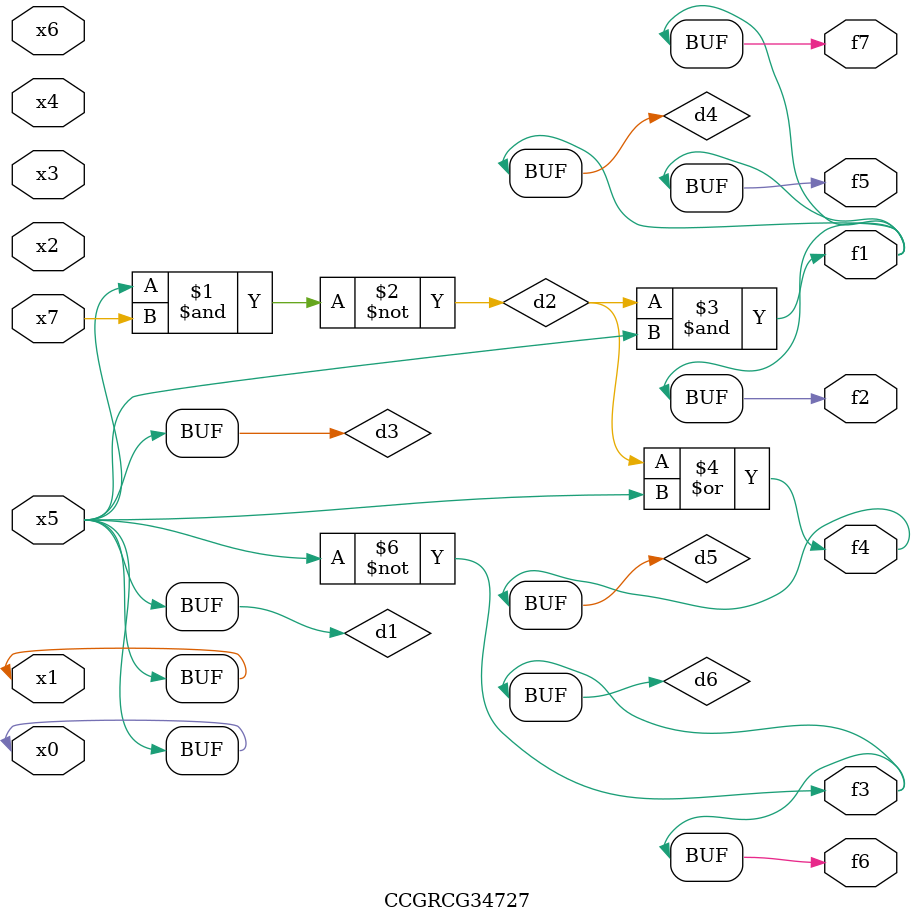
<source format=v>
module CCGRCG34727(
	input x0, x1, x2, x3, x4, x5, x6, x7,
	output f1, f2, f3, f4, f5, f6, f7
);

	wire d1, d2, d3, d4, d5, d6;

	buf (d1, x0, x5);
	nand (d2, x5, x7);
	buf (d3, x0, x1);
	and (d4, d2, d3);
	or (d5, d2, d3);
	nor (d6, d1, d3);
	assign f1 = d4;
	assign f2 = d4;
	assign f3 = d6;
	assign f4 = d5;
	assign f5 = d4;
	assign f6 = d6;
	assign f7 = d4;
endmodule

</source>
